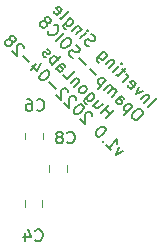
<source format=gbo>
%TF.GenerationSoftware,KiCad,Pcbnew,6.0.4-6f826c9f35~116~ubuntu20.04.1*%
%TF.CreationDate,2022-04-28T13:53:23-05:00*%
%TF.ProjectId,opamp_inverting_single,6f70616d-705f-4696-9e76-657274696e67,1.0*%
%TF.SameCoordinates,Original*%
%TF.FileFunction,Legend,Bot*%
%TF.FilePolarity,Positive*%
%FSLAX46Y46*%
G04 Gerber Fmt 4.6, Leading zero omitted, Abs format (unit mm)*
G04 Created by KiCad (PCBNEW 6.0.4-6f826c9f35~116~ubuntu20.04.1) date 2022-04-28 13:53:23*
%MOMM*%
%LPD*%
G01*
G04 APERTURE LIST*
%ADD10C,0.160000*%
%ADD11C,0.150000*%
%ADD12C,0.120000*%
G04 APERTURE END LIST*
D10*
X162836544Y-82275981D02*
X163543651Y-81568875D01*
X162971231Y-81467859D02*
X162499827Y-81939264D01*
X162903888Y-81535203D02*
X162903888Y-81467859D01*
X162870216Y-81366844D01*
X162769201Y-81265829D01*
X162668185Y-81232157D01*
X162567170Y-81265829D01*
X162196781Y-81636218D01*
X162398811Y-80895440D02*
X161759048Y-81198485D01*
X162062094Y-80558722D01*
X161085613Y-80457707D02*
X161119285Y-80558722D01*
X161253972Y-80693409D01*
X161354987Y-80727081D01*
X161456002Y-80693409D01*
X161725376Y-80424035D01*
X161759048Y-80323020D01*
X161725376Y-80222005D01*
X161590689Y-80087318D01*
X161489674Y-80053646D01*
X161388659Y-80087318D01*
X161321315Y-80154661D01*
X161590689Y-80558722D01*
X160715224Y-80154661D02*
X161186628Y-79683257D01*
X161051941Y-79817944D02*
X161085613Y-79716928D01*
X161085613Y-79649585D01*
X161051941Y-79548570D01*
X160984598Y-79481226D01*
X160849911Y-79346539D02*
X160580537Y-79077165D01*
X160984598Y-79009822D02*
X160378506Y-79615913D01*
X160277491Y-79649585D01*
X160176476Y-79615913D01*
X160109132Y-79548570D01*
X159873430Y-79312867D02*
X160344835Y-78841463D01*
X160580537Y-78605761D02*
X160580537Y-78673104D01*
X160513193Y-78673104D01*
X160513193Y-78605761D01*
X160580537Y-78605761D01*
X160513193Y-78673104D01*
X160008117Y-78504745D02*
X159536713Y-78976150D01*
X159940774Y-78572089D02*
X159940774Y-78504745D01*
X159907102Y-78403730D01*
X159806087Y-78302715D01*
X159705071Y-78269043D01*
X159604056Y-78302715D01*
X159233667Y-78673104D01*
X159065308Y-77561936D02*
X158492888Y-78134356D01*
X158459216Y-78235371D01*
X158459216Y-78302715D01*
X158492888Y-78403730D01*
X158593903Y-78504745D01*
X158694919Y-78538417D01*
X158627575Y-77999669D02*
X158661247Y-78100684D01*
X158795934Y-78235371D01*
X158896949Y-78269043D01*
X158964293Y-78269043D01*
X159065308Y-78235371D01*
X159267339Y-78033341D01*
X159301010Y-77932326D01*
X159301010Y-77864982D01*
X159267339Y-77763967D01*
X159132652Y-77629280D01*
X159031636Y-77595608D01*
X157785781Y-77157875D02*
X157651094Y-77090532D01*
X157482736Y-76922173D01*
X157449064Y-76821158D01*
X157449064Y-76753814D01*
X157482736Y-76652799D01*
X157550079Y-76585455D01*
X157651094Y-76551784D01*
X157718438Y-76551784D01*
X157819453Y-76585455D01*
X157987812Y-76686471D01*
X158088827Y-76720142D01*
X158156171Y-76720142D01*
X158257186Y-76686471D01*
X158324529Y-76619127D01*
X158358201Y-76518112D01*
X158358201Y-76450768D01*
X158324529Y-76349753D01*
X158156171Y-76181394D01*
X158021484Y-76114051D01*
X157045003Y-76484440D02*
X157516407Y-76013036D01*
X157752110Y-75777333D02*
X157752110Y-75844677D01*
X157684766Y-75844677D01*
X157684766Y-75777333D01*
X157752110Y-75777333D01*
X157684766Y-75844677D01*
X157179690Y-75676318D02*
X156708285Y-76147723D01*
X157112346Y-75743662D02*
X157112346Y-75676318D01*
X157078675Y-75575303D01*
X156977659Y-75474288D01*
X156876644Y-75440616D01*
X156775629Y-75474288D01*
X156405240Y-75844677D01*
X156236881Y-74733509D02*
X155664461Y-75305929D01*
X155630789Y-75406944D01*
X155630789Y-75474288D01*
X155664461Y-75575303D01*
X155765476Y-75676318D01*
X155866492Y-75709990D01*
X155799148Y-75171242D02*
X155832820Y-75272257D01*
X155967507Y-75406944D01*
X156068522Y-75440616D01*
X156135866Y-75440616D01*
X156236881Y-75406944D01*
X156438911Y-75204914D01*
X156472583Y-75103898D01*
X156472583Y-75036555D01*
X156438911Y-74935540D01*
X156304224Y-74800853D01*
X156203209Y-74767181D01*
X155327744Y-74767181D02*
X155428759Y-74800853D01*
X155529774Y-74767181D01*
X156135866Y-74161089D01*
X154822667Y-74194761D02*
X154856339Y-74295776D01*
X154991026Y-74430463D01*
X155092041Y-74464135D01*
X155193057Y-74430463D01*
X155462431Y-74161089D01*
X155496102Y-74060074D01*
X155462431Y-73959059D01*
X155327744Y-73824372D01*
X155226728Y-73790700D01*
X155125713Y-73824372D01*
X155058370Y-73891715D01*
X155327744Y-74295776D01*
X162321030Y-82623137D02*
X162186343Y-82488450D01*
X162085327Y-82454779D01*
X161950640Y-82454779D01*
X161782282Y-82555794D01*
X161546579Y-82791496D01*
X161445564Y-82959855D01*
X161445564Y-83094542D01*
X161479236Y-83195557D01*
X161613923Y-83330244D01*
X161714938Y-83363916D01*
X161849625Y-83363916D01*
X162017984Y-83262901D01*
X162253686Y-83027198D01*
X162354701Y-82858840D01*
X162354701Y-82724153D01*
X162321030Y-82623137D01*
X161479236Y-82252748D02*
X160772129Y-82959855D01*
X161445564Y-82286420D02*
X161411892Y-82185405D01*
X161277205Y-82050718D01*
X161176190Y-82017046D01*
X161108847Y-82017046D01*
X161007831Y-82050718D01*
X160805801Y-82252748D01*
X160772129Y-82353763D01*
X160772129Y-82421107D01*
X160805801Y-82522122D01*
X160940488Y-82656809D01*
X161041503Y-82690481D01*
X160065022Y-81781343D02*
X160435411Y-81410954D01*
X160536427Y-81377282D01*
X160637442Y-81410954D01*
X160772129Y-81545641D01*
X160805801Y-81646656D01*
X160098694Y-81747672D02*
X160132366Y-81848687D01*
X160300724Y-82017046D01*
X160401740Y-82050718D01*
X160502755Y-82017046D01*
X160570098Y-81949702D01*
X160603770Y-81848687D01*
X160570098Y-81747672D01*
X160401740Y-81579313D01*
X160368068Y-81478298D01*
X159728305Y-81444626D02*
X160199709Y-80973221D01*
X160132366Y-81040565D02*
X160132366Y-80973221D01*
X160098694Y-80872206D01*
X159997679Y-80771191D01*
X159896663Y-80737519D01*
X159795648Y-80771191D01*
X159425259Y-81141580D01*
X159795648Y-80771191D02*
X159829320Y-80670176D01*
X159795648Y-80569160D01*
X159694633Y-80468145D01*
X159593618Y-80434473D01*
X159492602Y-80468145D01*
X159122213Y-80838534D01*
X159256900Y-80030412D02*
X158549793Y-80737519D01*
X159223228Y-80064084D02*
X159189557Y-79963069D01*
X159054870Y-79828382D01*
X158953854Y-79794710D01*
X158886511Y-79794710D01*
X158785496Y-79828382D01*
X158583465Y-80030412D01*
X158549793Y-80131428D01*
X158549793Y-80198771D01*
X158583465Y-80299786D01*
X158718152Y-80434473D01*
X158819167Y-80468145D01*
X158415106Y-79592680D02*
X157876358Y-79053932D01*
X157539641Y-78717214D02*
X157000893Y-78178466D01*
X156462145Y-78111123D02*
X156327458Y-78043779D01*
X156159099Y-77875420D01*
X156125427Y-77774405D01*
X156125427Y-77707062D01*
X156159099Y-77606046D01*
X156226443Y-77538703D01*
X156327458Y-77505031D01*
X156394801Y-77505031D01*
X156495817Y-77538703D01*
X156664175Y-77639718D01*
X156765191Y-77673390D01*
X156832534Y-77673390D01*
X156933549Y-77639718D01*
X157000893Y-77572375D01*
X157034565Y-77471359D01*
X157034565Y-77404016D01*
X157000893Y-77303001D01*
X156832534Y-77134642D01*
X156697847Y-77067298D01*
X156293786Y-76595894D02*
X156159099Y-76461207D01*
X156058084Y-76427535D01*
X155923397Y-76427535D01*
X155755038Y-76528550D01*
X155519336Y-76764253D01*
X155418321Y-76932611D01*
X155418321Y-77067298D01*
X155451992Y-77168314D01*
X155586679Y-77303001D01*
X155687695Y-77336672D01*
X155822382Y-77336672D01*
X155990740Y-77235657D01*
X156226443Y-76999955D01*
X156327458Y-76831596D01*
X156327458Y-76696909D01*
X156293786Y-76595894D01*
X154980588Y-76696909D02*
X155687695Y-75989802D01*
X154307153Y-75888787D02*
X154307153Y-75956130D01*
X154374496Y-76090817D01*
X154441840Y-76158161D01*
X154576527Y-76225504D01*
X154711214Y-76225504D01*
X154812229Y-76191833D01*
X154980588Y-76090817D01*
X155081603Y-75989802D01*
X155182618Y-75821443D01*
X155216290Y-75720428D01*
X155216290Y-75585741D01*
X155148946Y-75451054D01*
X155081603Y-75383711D01*
X154946916Y-75316367D01*
X154879572Y-75316367D01*
X154239809Y-75148008D02*
X154340824Y-75181680D01*
X154408168Y-75181680D01*
X154509183Y-75148008D01*
X154542855Y-75114337D01*
X154576527Y-75013321D01*
X154576527Y-74945978D01*
X154542855Y-74844963D01*
X154408168Y-74710276D01*
X154307153Y-74676604D01*
X154239809Y-74676604D01*
X154138794Y-74710276D01*
X154105122Y-74743947D01*
X154071450Y-74844963D01*
X154071450Y-74912306D01*
X154105122Y-75013321D01*
X154239809Y-75148008D01*
X154273481Y-75249024D01*
X154273481Y-75316367D01*
X154239809Y-75417382D01*
X154105122Y-75552069D01*
X154004107Y-75585741D01*
X153936763Y-75585741D01*
X153835748Y-75552069D01*
X153701061Y-75417382D01*
X153667389Y-75316367D01*
X153667389Y-75249024D01*
X153701061Y-75148008D01*
X153835748Y-75013321D01*
X153936763Y-74979650D01*
X154004107Y-74979650D01*
X154105122Y-75013321D01*
X159229626Y-83222831D02*
X159936733Y-82515724D01*
X159600015Y-82852442D02*
X159195954Y-82448381D01*
X158825565Y-82818770D02*
X159532672Y-82111663D01*
X158657206Y-81707602D02*
X158185802Y-82179007D01*
X158960252Y-82010648D02*
X158589863Y-82381037D01*
X158488847Y-82414709D01*
X158387832Y-82381037D01*
X158286817Y-82280022D01*
X158253145Y-82179007D01*
X158253145Y-82111663D01*
X158017443Y-81067839D02*
X157445023Y-81640259D01*
X157411351Y-81741274D01*
X157411351Y-81808618D01*
X157445023Y-81909633D01*
X157546038Y-82010648D01*
X157647054Y-82044320D01*
X157579710Y-81505572D02*
X157613382Y-81606587D01*
X157748069Y-81741274D01*
X157849084Y-81774946D01*
X157916428Y-81774946D01*
X158017443Y-81741274D01*
X158219473Y-81539244D01*
X158253145Y-81438228D01*
X158253145Y-81370885D01*
X158219473Y-81269870D01*
X158084786Y-81135183D01*
X157983771Y-81101511D01*
X157108306Y-81101511D02*
X157209321Y-81135183D01*
X157276664Y-81135183D01*
X157377680Y-81101511D01*
X157579710Y-80899480D01*
X157613382Y-80798465D01*
X157613382Y-80731122D01*
X157579710Y-80630106D01*
X157478695Y-80529091D01*
X157377680Y-80495419D01*
X157310336Y-80495419D01*
X157209321Y-80529091D01*
X157007290Y-80731122D01*
X156973619Y-80832137D01*
X156973619Y-80899480D01*
X157007290Y-81000496D01*
X157108306Y-81101511D01*
X157040962Y-80091358D02*
X156569558Y-80562763D01*
X156973619Y-80158702D02*
X156973619Y-80091358D01*
X156939947Y-79990343D01*
X156838932Y-79889328D01*
X156737916Y-79855656D01*
X156636901Y-79889328D01*
X156266512Y-80259717D01*
X155593077Y-79586282D02*
X155929794Y-79923000D01*
X156636901Y-79215893D01*
X155054329Y-79047534D02*
X155424718Y-78677145D01*
X155525733Y-78643473D01*
X155626749Y-78677145D01*
X155761436Y-78811832D01*
X155795107Y-78912847D01*
X155088001Y-79013862D02*
X155121672Y-79114878D01*
X155290031Y-79283236D01*
X155391046Y-79316908D01*
X155492062Y-79283236D01*
X155559405Y-79215893D01*
X155593077Y-79114878D01*
X155559405Y-79013862D01*
X155391046Y-78845504D01*
X155357375Y-78744488D01*
X154717611Y-78710817D02*
X155424718Y-78003710D01*
X155155344Y-78273084D02*
X155121672Y-78172069D01*
X154986985Y-78037382D01*
X154885970Y-78003710D01*
X154818627Y-78003710D01*
X154717611Y-78037382D01*
X154515581Y-78239412D01*
X154481909Y-78340427D01*
X154481909Y-78407771D01*
X154515581Y-78508786D01*
X154650268Y-78643473D01*
X154751283Y-78677145D01*
X154145192Y-78071053D02*
X154044176Y-78037382D01*
X153909489Y-77902695D01*
X153875817Y-77801679D01*
X153909489Y-77700664D01*
X153943161Y-77666992D01*
X154044176Y-77633321D01*
X154145192Y-77666992D01*
X154246207Y-77768008D01*
X154347222Y-77801679D01*
X154448237Y-77768008D01*
X154481909Y-77734336D01*
X154515581Y-77633321D01*
X154481909Y-77532305D01*
X154380894Y-77431290D01*
X154279879Y-77397618D01*
X160717581Y-86044861D02*
X160077817Y-86347907D01*
X160380863Y-85708143D01*
X159269695Y-85539785D02*
X159673756Y-85943846D01*
X159471726Y-85741815D02*
X160178833Y-85034708D01*
X160145161Y-85203067D01*
X160145161Y-85337754D01*
X160178833Y-85438769D01*
X159033993Y-85169395D02*
X158966650Y-85169395D01*
X158966650Y-85236739D01*
X159033993Y-85236739D01*
X159033993Y-85169395D01*
X158966650Y-85236739D01*
X159202352Y-84058227D02*
X159135008Y-83990884D01*
X159033993Y-83957212D01*
X158966650Y-83957212D01*
X158865634Y-83990884D01*
X158697276Y-84091899D01*
X158528917Y-84260258D01*
X158427901Y-84428617D01*
X158394230Y-84529632D01*
X158394230Y-84596976D01*
X158427901Y-84697991D01*
X158495245Y-84765334D01*
X158596260Y-84799006D01*
X158663604Y-84799006D01*
X158764619Y-84765334D01*
X158932978Y-84664319D01*
X159101337Y-84495960D01*
X159202352Y-84327602D01*
X159236024Y-84226586D01*
X159236024Y-84159243D01*
X159202352Y-84058227D01*
X158091184Y-83081747D02*
X158091184Y-83014403D01*
X158057512Y-82913388D01*
X157889153Y-82745029D01*
X157788138Y-82711357D01*
X157720795Y-82711357D01*
X157619779Y-82745029D01*
X157552436Y-82812373D01*
X157485092Y-82947060D01*
X157485092Y-83755182D01*
X157047360Y-83317449D01*
X157316734Y-82172609D02*
X157249390Y-82105266D01*
X157148375Y-82071594D01*
X157081031Y-82071594D01*
X156980016Y-82105266D01*
X156811657Y-82206281D01*
X156643299Y-82374640D01*
X156542283Y-82542999D01*
X156508612Y-82644014D01*
X156508612Y-82711357D01*
X156542283Y-82812373D01*
X156609627Y-82879716D01*
X156710642Y-82913388D01*
X156777986Y-82913388D01*
X156879001Y-82879716D01*
X157047360Y-82778701D01*
X157215718Y-82610342D01*
X157316734Y-82441983D01*
X157350405Y-82340968D01*
X157350405Y-82273625D01*
X157316734Y-82172609D01*
X156744314Y-81734877D02*
X156744314Y-81667533D01*
X156710642Y-81566518D01*
X156542283Y-81398159D01*
X156441268Y-81364487D01*
X156373925Y-81364487D01*
X156272909Y-81398159D01*
X156205566Y-81465503D01*
X156138222Y-81600190D01*
X156138222Y-82408312D01*
X155700490Y-81970579D01*
X156070879Y-81061442D02*
X156070879Y-80994098D01*
X156037207Y-80893083D01*
X155868848Y-80724724D01*
X155767833Y-80691052D01*
X155700490Y-80691052D01*
X155599474Y-80724724D01*
X155532131Y-80792068D01*
X155464787Y-80926755D01*
X155464787Y-81734877D01*
X155027055Y-81297144D01*
X154993383Y-80724724D02*
X154454635Y-80185976D01*
X154420963Y-79276839D02*
X154353620Y-79209495D01*
X154252604Y-79175824D01*
X154185261Y-79175824D01*
X154084246Y-79209495D01*
X153915887Y-79310511D01*
X153747528Y-79478869D01*
X153646513Y-79647228D01*
X153612841Y-79748243D01*
X153612841Y-79815587D01*
X153646513Y-79916602D01*
X153713856Y-79983946D01*
X153814872Y-80017617D01*
X153882215Y-80017617D01*
X153983230Y-79983946D01*
X154151589Y-79882930D01*
X154319948Y-79714572D01*
X154420963Y-79546213D01*
X154454635Y-79445198D01*
X154454635Y-79377854D01*
X154420963Y-79276839D01*
X153343467Y-78670747D02*
X152872062Y-79142152D01*
X153781200Y-78569732D02*
X153444482Y-79243167D01*
X153006750Y-78805434D01*
X152771047Y-78502388D02*
X152232299Y-77963640D01*
X152299643Y-77290205D02*
X152299643Y-77222862D01*
X152265971Y-77121847D01*
X152097612Y-76953488D01*
X151996597Y-76919816D01*
X151929253Y-76919816D01*
X151828238Y-76953488D01*
X151760895Y-77020831D01*
X151693551Y-77155518D01*
X151693551Y-77963640D01*
X151255818Y-77525908D01*
X151255818Y-76717786D02*
X151356834Y-76751457D01*
X151424177Y-76751457D01*
X151525192Y-76717786D01*
X151558864Y-76684114D01*
X151592536Y-76583099D01*
X151592536Y-76515755D01*
X151558864Y-76414740D01*
X151424177Y-76280053D01*
X151323162Y-76246381D01*
X151255818Y-76246381D01*
X151154803Y-76280053D01*
X151121131Y-76313725D01*
X151087460Y-76414740D01*
X151087460Y-76482083D01*
X151121131Y-76583099D01*
X151255818Y-76717786D01*
X151289490Y-76818801D01*
X151289490Y-76886144D01*
X151255818Y-76987160D01*
X151121131Y-77121847D01*
X151020116Y-77155518D01*
X150952773Y-77155518D01*
X150851757Y-77121847D01*
X150717070Y-76987160D01*
X150683399Y-76886144D01*
X150683399Y-76818801D01*
X150717070Y-76717786D01*
X150851757Y-76583099D01*
X150952773Y-76549427D01*
X151020116Y-76549427D01*
X151121131Y-76583099D01*
D11*
%TO.C,C8*%
X155966655Y-85282131D02*
X156014274Y-85329750D01*
X156157131Y-85377369D01*
X156252369Y-85377369D01*
X156395227Y-85329750D01*
X156490465Y-85234512D01*
X156538084Y-85139274D01*
X156585703Y-84948798D01*
X156585703Y-84805941D01*
X156538084Y-84615465D01*
X156490465Y-84520227D01*
X156395227Y-84424989D01*
X156252369Y-84377369D01*
X156157131Y-84377369D01*
X156014274Y-84424989D01*
X155966655Y-84472608D01*
X155395227Y-84805941D02*
X155490465Y-84758322D01*
X155538084Y-84710703D01*
X155585703Y-84615465D01*
X155585703Y-84567846D01*
X155538084Y-84472608D01*
X155490465Y-84424989D01*
X155395227Y-84377369D01*
X155204750Y-84377369D01*
X155109512Y-84424989D01*
X155061893Y-84472608D01*
X155014274Y-84567846D01*
X155014274Y-84615465D01*
X155061893Y-84710703D01*
X155109512Y-84758322D01*
X155204750Y-84805941D01*
X155395227Y-84805941D01*
X155490465Y-84853560D01*
X155538084Y-84901179D01*
X155585703Y-84996417D01*
X155585703Y-85186893D01*
X155538084Y-85282131D01*
X155490465Y-85329750D01*
X155395227Y-85377369D01*
X155204750Y-85377369D01*
X155109512Y-85329750D01*
X155061893Y-85282131D01*
X155014274Y-85186893D01*
X155014274Y-84996417D01*
X155061893Y-84901179D01*
X155109512Y-84853560D01*
X155204750Y-84805941D01*
%TO.C,C6*%
X153391655Y-82532131D02*
X153439274Y-82579750D01*
X153582131Y-82627369D01*
X153677369Y-82627369D01*
X153820227Y-82579750D01*
X153915465Y-82484512D01*
X153963084Y-82389274D01*
X154010703Y-82198798D01*
X154010703Y-82055941D01*
X153963084Y-81865465D01*
X153915465Y-81770227D01*
X153820227Y-81674989D01*
X153677369Y-81627369D01*
X153582131Y-81627369D01*
X153439274Y-81674989D01*
X153391655Y-81722608D01*
X152534512Y-81627369D02*
X152724989Y-81627369D01*
X152820227Y-81674989D01*
X152867846Y-81722608D01*
X152963084Y-81865465D01*
X153010703Y-82055941D01*
X153010703Y-82436893D01*
X152963084Y-82532131D01*
X152915465Y-82579750D01*
X152820227Y-82627369D01*
X152629750Y-82627369D01*
X152534512Y-82579750D01*
X152486893Y-82532131D01*
X152439274Y-82436893D01*
X152439274Y-82198798D01*
X152486893Y-82103560D01*
X152534512Y-82055941D01*
X152629750Y-82008322D01*
X152820227Y-82008322D01*
X152915465Y-82055941D01*
X152963084Y-82103560D01*
X153010703Y-82198798D01*
%TO.C,C4*%
X153266655Y-93557131D02*
X153314274Y-93604750D01*
X153457131Y-93652369D01*
X153552369Y-93652369D01*
X153695227Y-93604750D01*
X153790465Y-93509512D01*
X153838084Y-93414274D01*
X153885703Y-93223798D01*
X153885703Y-93080941D01*
X153838084Y-92890465D01*
X153790465Y-92795227D01*
X153695227Y-92699989D01*
X153552369Y-92652369D01*
X153457131Y-92652369D01*
X153314274Y-92699989D01*
X153266655Y-92747608D01*
X152409512Y-92985703D02*
X152409512Y-93652369D01*
X152647608Y-92604750D02*
X152885703Y-93319036D01*
X152266655Y-93319036D01*
D12*
%TO.C,C8*%
X154464989Y-87238737D02*
X154464989Y-87761241D01*
X155934989Y-87238737D02*
X155934989Y-87761241D01*
%TO.C,C6*%
X153884989Y-84488737D02*
X153884989Y-85011241D01*
X152414989Y-84488737D02*
X152414989Y-85011241D01*
%TO.C,C4*%
X152364989Y-90201237D02*
X152364989Y-90723741D01*
X153834989Y-90201237D02*
X153834989Y-90723741D01*
%TD*%
M02*

</source>
